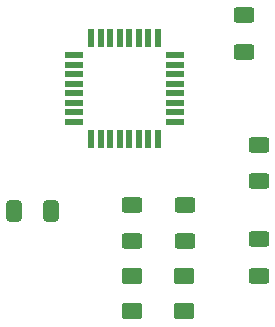
<source format=gbr>
%TF.GenerationSoftware,KiCad,Pcbnew,7.0.7*%
%TF.CreationDate,2023-11-16T00:43:35+03:00*%
%TF.ProjectId,SMD2WII,534d4432-5749-4492-9e6b-696361645f70,rev?*%
%TF.SameCoordinates,Original*%
%TF.FileFunction,Paste,Top*%
%TF.FilePolarity,Positive*%
%FSLAX46Y46*%
G04 Gerber Fmt 4.6, Leading zero omitted, Abs format (unit mm)*
G04 Created by KiCad (PCBNEW 7.0.7) date 2023-11-16 00:43:35*
%MOMM*%
%LPD*%
G01*
G04 APERTURE LIST*
G04 Aperture macros list*
%AMRoundRect*
0 Rectangle with rounded corners*
0 $1 Rounding radius*
0 $2 $3 $4 $5 $6 $7 $8 $9 X,Y pos of 4 corners*
0 Add a 4 corners polygon primitive as box body*
4,1,4,$2,$3,$4,$5,$6,$7,$8,$9,$2,$3,0*
0 Add four circle primitives for the rounded corners*
1,1,$1+$1,$2,$3*
1,1,$1+$1,$4,$5*
1,1,$1+$1,$6,$7*
1,1,$1+$1,$8,$9*
0 Add four rect primitives between the rounded corners*
20,1,$1+$1,$2,$3,$4,$5,0*
20,1,$1+$1,$4,$5,$6,$7,0*
20,1,$1+$1,$6,$7,$8,$9,0*
20,1,$1+$1,$8,$9,$2,$3,0*%
G04 Aperture macros list end*
%ADD10RoundRect,0.250000X-0.625000X0.400000X-0.625000X-0.400000X0.625000X-0.400000X0.625000X0.400000X0*%
%ADD11RoundRect,0.250000X0.625000X-0.400000X0.625000X0.400000X-0.625000X0.400000X-0.625000X-0.400000X0*%
%ADD12RoundRect,0.250000X-0.412500X-0.650000X0.412500X-0.650000X0.412500X0.650000X-0.412500X0.650000X0*%
%ADD13RoundRect,0.250001X0.624999X-0.462499X0.624999X0.462499X-0.624999X0.462499X-0.624999X-0.462499X0*%
%ADD14R,0.550000X1.600000*%
%ADD15R,1.600000X0.550000*%
G04 APERTURE END LIST*
D10*
%TO.C,R5*%
X118600000Y-88600000D03*
X118600000Y-91700000D03*
%TD*%
D11*
%TO.C,R2*%
X124850000Y-94600000D03*
X124850000Y-91500000D03*
%TD*%
D10*
%TO.C,R3*%
X123600000Y-72550000D03*
X123600000Y-75650000D03*
%TD*%
D12*
%TO.C,C2*%
X104175000Y-89100000D03*
X107300000Y-89100000D03*
%TD*%
D13*
%TO.C,D2*%
X118550000Y-97575000D03*
X118550000Y-94600000D03*
%TD*%
D14*
%TO.C,U1*%
X116300000Y-74500000D03*
X115500000Y-74500000D03*
X114700000Y-74500000D03*
X113900000Y-74500000D03*
X113100000Y-74500000D03*
X112300000Y-74500000D03*
X111500000Y-74500000D03*
X110700000Y-74500000D03*
D15*
X109250000Y-75950000D03*
X109250000Y-76750000D03*
X109250000Y-77550000D03*
X109250000Y-78350000D03*
X109250000Y-79150000D03*
X109250000Y-79950000D03*
X109250000Y-80750000D03*
X109250000Y-81550000D03*
D14*
X110700000Y-83000000D03*
X111500000Y-83000000D03*
X112300000Y-83000000D03*
X113100000Y-83000000D03*
X113900000Y-83000000D03*
X114700000Y-83000000D03*
X115500000Y-83000000D03*
X116300000Y-83000000D03*
D15*
X117750000Y-81550000D03*
X117750000Y-80750000D03*
X117750000Y-79950000D03*
X117750000Y-79150000D03*
X117750000Y-78350000D03*
X117750000Y-77550000D03*
X117750000Y-76750000D03*
X117750000Y-75950000D03*
%TD*%
D11*
%TO.C,R1*%
X124850000Y-86600000D03*
X124850000Y-83500000D03*
%TD*%
D13*
%TO.C,D1*%
X114150000Y-97575000D03*
X114150000Y-94600000D03*
%TD*%
D10*
%TO.C,R4*%
X114100000Y-88600000D03*
X114100000Y-91700000D03*
%TD*%
M02*

</source>
